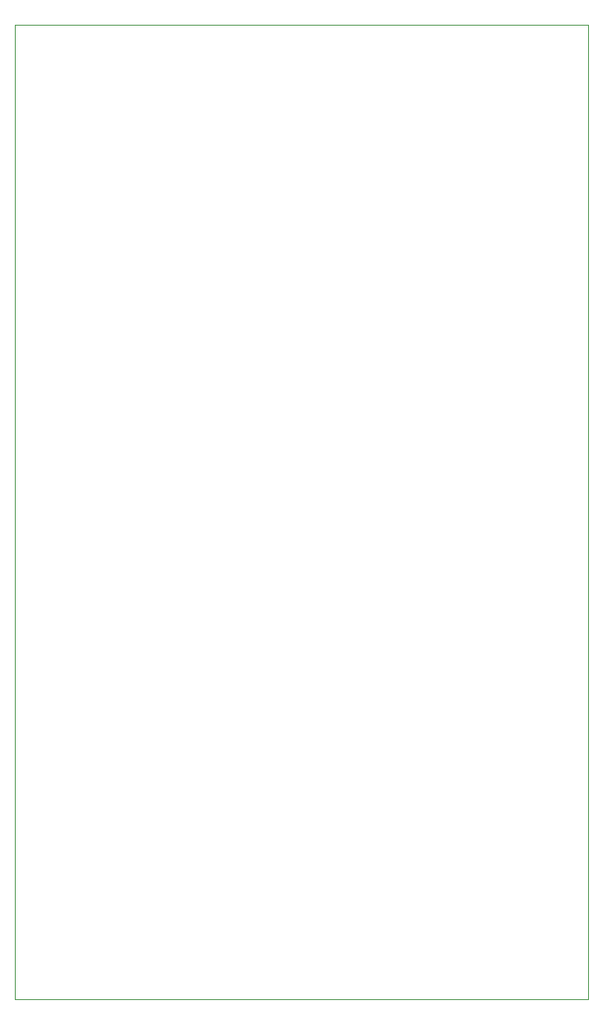
<source format=gbr>
G04 #@! TF.GenerationSoftware,KiCad,Pcbnew,(5.1.2-1)-1*
G04 #@! TF.CreationDate,2022-02-01T20:28:38+01:00*
G04 #@! TF.ProjectId,AtomIOExt,41746f6d-494f-4457-9874-2e6b69636164,1.0*
G04 #@! TF.SameCoordinates,Original*
G04 #@! TF.FileFunction,Profile,NP*
%FSLAX46Y46*%
G04 Gerber Fmt 4.6, Leading zero omitted, Abs format (unit mm)*
G04 Created by KiCad (PCBNEW (5.1.2-1)-1) date 2022-02-01 20:28:38*
%MOMM*%
%LPD*%
G04 APERTURE LIST*
%ADD10C,0.100000*%
G04 APERTURE END LIST*
D10*
X71250000Y-156950000D02*
X71250000Y-57150000D01*
X130000000Y-156950000D02*
X71250000Y-156950000D01*
X130000000Y-57150000D02*
X130000000Y-156950000D01*
X71250000Y-57150000D02*
X130000000Y-57150000D01*
M02*

</source>
